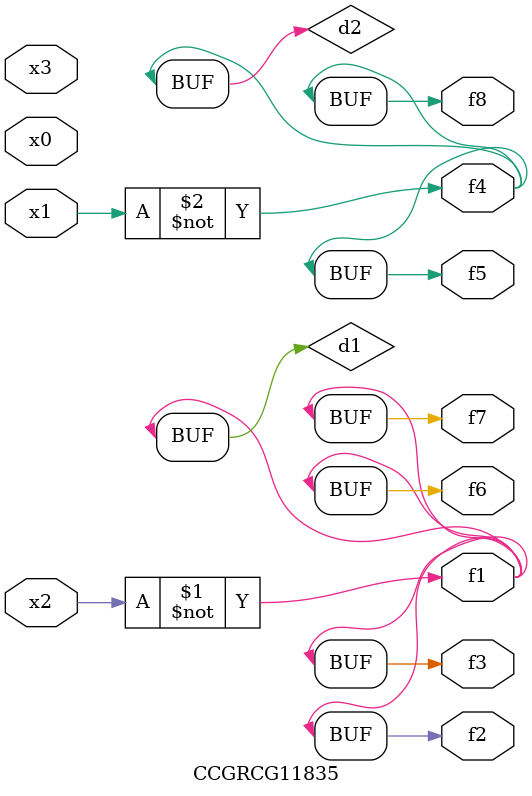
<source format=v>
module CCGRCG11835(
	input x0, x1, x2, x3,
	output f1, f2, f3, f4, f5, f6, f7, f8
);

	wire d1, d2;

	xnor (d1, x2);
	not (d2, x1);
	assign f1 = d1;
	assign f2 = d1;
	assign f3 = d1;
	assign f4 = d2;
	assign f5 = d2;
	assign f6 = d1;
	assign f7 = d1;
	assign f8 = d2;
endmodule

</source>
